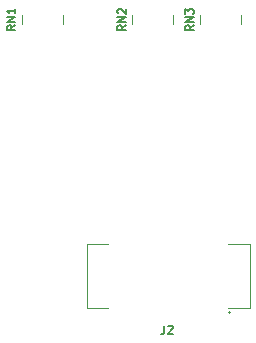
<source format=gbr>
%TF.GenerationSoftware,KiCad,Pcbnew,5.1.10-88a1d61d58~88~ubuntu20.04.1*%
%TF.CreationDate,2021-05-19T13:37:25+03:00*%
%TF.ProjectId,isc0901b0-breakout,69736330-3930-4316-9230-2d627265616b,rev2*%
%TF.SameCoordinates,Original*%
%TF.FileFunction,Legend,Top*%
%TF.FilePolarity,Positive*%
%FSLAX46Y46*%
G04 Gerber Fmt 4.6, Leading zero omitted, Abs format (unit mm)*
G04 Created by KiCad (PCBNEW 5.1.10-88a1d61d58~88~ubuntu20.04.1) date 2021-05-19 13:37:25*
%MOMM*%
%LPD*%
G01*
G04 APERTURE LIST*
%ADD10C,0.120000*%
%ADD11C,0.050000*%
%ADD12C,0.150000*%
G04 APERTURE END LIST*
D10*
%TO.C,RN3*%
X69280000Y-106000000D02*
X69280000Y-106800000D01*
X72720000Y-106000000D02*
X72720000Y-106800000D01*
%TO.C,RN2*%
X63530000Y-106000000D02*
X63530000Y-106800000D01*
X66970000Y-106000000D02*
X66970000Y-106800000D01*
%TO.C,RN1*%
X54180000Y-106000000D02*
X54180000Y-106800000D01*
X57620000Y-106000000D02*
X57620000Y-106800000D01*
D11*
%TO.C,J2*%
X73450000Y-125400000D02*
X71650000Y-125400000D01*
X73450000Y-130800000D02*
X71650000Y-130800000D01*
X73450000Y-125400000D02*
X73450000Y-130800000D01*
X59650000Y-125400000D02*
X61450000Y-125400000D01*
X59650000Y-130800000D02*
X59650000Y-125400000D01*
X61450000Y-130800000D02*
X59650000Y-130800000D01*
X71840139Y-131200000D02*
G75*
G03*
X71840139Y-131200000I-90139J0D01*
G01*
%TO.C,RN3*%
D12*
X68716666Y-106883333D02*
X68383333Y-107116666D01*
X68716666Y-107283333D02*
X68016666Y-107283333D01*
X68016666Y-107016666D01*
X68050000Y-106950000D01*
X68083333Y-106916666D01*
X68150000Y-106883333D01*
X68250000Y-106883333D01*
X68316666Y-106916666D01*
X68350000Y-106950000D01*
X68383333Y-107016666D01*
X68383333Y-107283333D01*
X68716666Y-106583333D02*
X68016666Y-106583333D01*
X68716666Y-106183333D01*
X68016666Y-106183333D01*
X68016666Y-105916666D02*
X68016666Y-105483333D01*
X68283333Y-105716666D01*
X68283333Y-105616666D01*
X68316666Y-105550000D01*
X68350000Y-105516666D01*
X68416666Y-105483333D01*
X68583333Y-105483333D01*
X68650000Y-105516666D01*
X68683333Y-105550000D01*
X68716666Y-105616666D01*
X68716666Y-105816666D01*
X68683333Y-105883333D01*
X68650000Y-105916666D01*
%TO.C,RN2*%
X62966666Y-106883333D02*
X62633333Y-107116666D01*
X62966666Y-107283333D02*
X62266666Y-107283333D01*
X62266666Y-107016666D01*
X62300000Y-106950000D01*
X62333333Y-106916666D01*
X62400000Y-106883333D01*
X62500000Y-106883333D01*
X62566666Y-106916666D01*
X62600000Y-106950000D01*
X62633333Y-107016666D01*
X62633333Y-107283333D01*
X62966666Y-106583333D02*
X62266666Y-106583333D01*
X62966666Y-106183333D01*
X62266666Y-106183333D01*
X62333333Y-105883333D02*
X62300000Y-105850000D01*
X62266666Y-105783333D01*
X62266666Y-105616666D01*
X62300000Y-105550000D01*
X62333333Y-105516666D01*
X62400000Y-105483333D01*
X62466666Y-105483333D01*
X62566666Y-105516666D01*
X62966666Y-105916666D01*
X62966666Y-105483333D01*
%TO.C,RN1*%
X53616666Y-106883333D02*
X53283333Y-107116666D01*
X53616666Y-107283333D02*
X52916666Y-107283333D01*
X52916666Y-107016666D01*
X52950000Y-106950000D01*
X52983333Y-106916666D01*
X53050000Y-106883333D01*
X53150000Y-106883333D01*
X53216666Y-106916666D01*
X53250000Y-106950000D01*
X53283333Y-107016666D01*
X53283333Y-107283333D01*
X53616666Y-106583333D02*
X52916666Y-106583333D01*
X53616666Y-106183333D01*
X52916666Y-106183333D01*
X53616666Y-105483333D02*
X53616666Y-105883333D01*
X53616666Y-105683333D02*
X52916666Y-105683333D01*
X53016666Y-105750000D01*
X53083333Y-105816666D01*
X53116666Y-105883333D01*
%TO.C,J2*%
X66241666Y-132316666D02*
X66241666Y-132816666D01*
X66208333Y-132916666D01*
X66141666Y-132983333D01*
X66041666Y-133016666D01*
X65975000Y-133016666D01*
X66541666Y-132383333D02*
X66575000Y-132350000D01*
X66641666Y-132316666D01*
X66808333Y-132316666D01*
X66875000Y-132350000D01*
X66908333Y-132383333D01*
X66941666Y-132450000D01*
X66941666Y-132516666D01*
X66908333Y-132616666D01*
X66508333Y-133016666D01*
X66941666Y-133016666D01*
%TD*%
M02*

</source>
